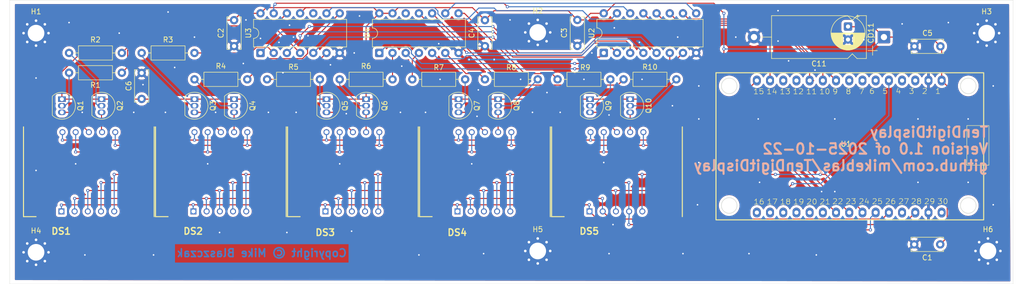
<source format=kicad_pcb>
(kicad_pcb (version 20241229) (generator "pcbnew") (generator_version "9.0")
  (layers (0 "F.Cu" signal) (2 "B.Cu" signal) (13 "F.Paste" user) (15 "B.Paste" user) (5 "F.SilkS" user "F.Silkscreen") (7 "B.SilkS" user "B.Silkscreen") (1 "F.Mask" user) (3 "B.Mask" user) (25 "Edge.Cuts" user))
  (net 0 "")
  (net 1 "ALL_A")
  (net 2 "ALL_B")
  (net 3 "Net-(Q1-B)")
  (net 4 "+3V3")
  (net 5 "GND")
  (net 6 "Net-(Q2-B)")
  (net 7 "Net-(Q3-B)")
  (net 8 "Net-(Q4-B)")
  (net 9 "Net-(Q5-B)")
  (net 10 "Net-(Q6-B)")
  (net 11 "Net-(R1-Pad1)")
  (net 12 "Net-(R4-Pad1)")
  (net 13 "Net-(R5-Pad1)")
  (net 14 "Net-(R6-Pad1)")
  (net 15 "Net-(R3-Pad1)")
  (net 16 "Net-(R2-Pad1)")
  (net 17 "ALL_F")
  (net 18 "ALL_E")
  (net 19 "ALL_DP")
  (net 20 "ALL_G")
  (net 21 "ALL_D")
  (net 22 "Net-(Q7-B)")
  (net 23 "Net-(Q8-B)")
  (net 24 "ANN_D02")
  (net 25 "ANN_D01")
  (net 26 "Net-(Q9-B)")
  (net 27 "Net-(Q10-B)")
  (net 28 "Net-(R7-Pad1)")
  (net 29 "Net-(R8-Pad1)")
  (net 30 "Net-(R9-Pad1)")
  (net 31 "Net-(R10-Pad1)")
  (net 32 "Net-(U2-S0)")
  (net 33 "Net-(U2-S6)")
  (net 34 "Net-(U2-S9)")
  (net 35 "Net-(U2-S8)")
  (net 36 "Net-(U2-S4)")
  (net 37 "Net-(U2-S1)")
  (net 38 "Net-(U2-S2)")
  (net 39 "Net-(U2-S3)")
  (net 40 "Net-(U2-S7)")
  (net 41 "Net-(U2-S5)")
  (net 42 "ANN_D03")
  (net 43 "ANN_D04")
  (net 44 "ANN_D05")
  (net 45 "ANN_D06")
  (net 46 "ANN_D07")
  (net 47 "ANN_D08")
  (net 48 "ANN_D09")
  (net 49 "ANN_D10")
  (net 50 "DECODE_A")
  (net 51 "DECODE_D")
  (net 52 "DECODE_C")
  (net 53 "DECODE_B")
  (net 61 "unconnected-(U1-GPIO3-Pad12)")
  (net 64 "unconnected-(U1-GPIO12-Pad27)")
  (net 70 "ALL_C")
  (footprint "Capacitor_THT:CP_Axial_L18.0mm_D8.0mm_P25.00mm_Horizontal" (layer "F.Cu") (at 221.542 79.502 180)
    (property "Reference" "C11")
    (property "Value" "47 uF")
  )
  (footprint "Package_TO_SOT_THT:TO-92_Inline" (layer "F.Cu") (at 63.394 91.44 -90)
    (property "Reference" "Q1")
    (property "Value" "2N3906")
  )
  (footprint "Resistor_THT:R_Axial_DIN0207_L6.3mm_D2.5mm_P10.16mm_Horizontal" (layer "F.Cu") (at 74.93 86.36 180)
    (property "Reference" "R1")
    (property "Value" "1K")
  )
  (footprint "Capacitor_THT:C_Disc_D6.0mm_W2.5mm_P5.00mm" (layer "F.Cu") (at 144.78 76.24 -90)
    (property "Reference" "C4")
    (property "Value" "0.1 uF")
  )
  (footprint "MountingHole:MountingHole_3.2mm_M3_Pad_Via" (layer "F.Cu") (at 58.42 120.904)
    (property "Reference" "H4")
    (property "Value" "MountingHole_Pad")
  )
  (footprint "MountingHole:MountingHole_3.2mm_M3_Pad_Via" (layer "F.Cu") (at 154.94 120.65)
    (property "Reference" "H5")
    (property "Value" "MountingHole_Pad")
  )
  (footprint "DisplayLibrary:TOD-5621" (layer "F.Cu") (at 160.02 113.03 90)
    (property "Reference" "DS5")
    (property "Value" "TOD-5621" (hide yes))
  )
  (footprint "Resistor_THT:R_Axial_DIN0207_L6.3mm_D2.5mm_P10.16mm_Horizontal" (layer "F.Cu") (at 88.9 82.55 180)
    (property "Reference" "R3")
    (property "Value" "1K")
  )
  (footprint "Resistor_THT:R_Axial_DIN0207_L6.3mm_D2.5mm_P10.16mm_Horizontal" (layer "F.Cu") (at 127 87.63 180)
    (property "Reference" "R6")
    (property "Value" "1K")
  )
  (footprint "Capacitor_THT:C_Disc_D6.0mm_W2.5mm_P5.00mm" (layer "F.Cu") (at 232.37 119.38 180)
    (property "Reference" "C1")
    (property "Value" "0.1 uF")
  )
  (footprint "MountingHole:MountingHole_3.2mm_M3_Pad_Via" (layer "F.Cu") (at 58.42 78.74)
    (property "Reference" "H1")
    (property "Value" "MountingHole_Pad")
  )
  (footprint "DisplayLibrary:TOD-5621" (layer "F.Cu") (at 83.82 113.03 90)
    (property "Reference" "DS2")
    (property "Value" "TOD-5621" (hide yes))
  )
  (footprint "Capacitor_THT:C_Disc_D6.0mm_W2.5mm_P5.00mm" (layer "F.Cu") (at 78.74 91.4 90)
    (property "Reference" "C6")
    (property "Value" "0.1 uF")
  )
  (footprint "Package_TO_SOT_THT:TO-92_Inline" (layer "F.Cu") (at 147.32 91.44 -90)
    (property "Reference" "Q8")
    (property "Value" "2N3906")
  )
  (footprint "Capacitor_THT:CP_Radial_D6.3mm_P2.50mm" (layer "F.Cu") (at 214.63 77.47 -90)
    (property "Reference" "CO11")
    (property "Value" "47 uF")
  )
  (footprint "Package_TO_SOT_THT:TO-92_Inline" (layer "F.Cu") (at 96.52 91.44 -90)
    (property "Reference" "Q4")
    (property "Value" "2N3906")
  )
  (footprint "Package_DIP:DIP-14_W7.62mm" (layer "F.Cu") (at 101.6 82.55 90)
    (property "Reference" "U3")
    (property "Value" "4069")
  )
  (footprint "Package_TO_SOT_THT:TO-92_Inline" (layer "F.Cu") (at 121.92 91.44 -90)
    (property "Reference" "Q6")
    (property "Value" "2N3906")
  )
  (footprint "Package_TO_SOT_THT:TO-92_Inline" (layer "F.Cu") (at 114.3 91.44 -90)
    (property "Reference" "Q5")
    (property "Value" "2N3906")
  )
  (footprint "Resistor_THT:R_Axial_DIN0207_L6.3mm_D2.5mm_P10.16mm_Horizontal" (layer "F.Cu") (at 158.75 87.63)
    (property "Reference" "R9")
    (property "Value" "1K")
  )
  (footprint "Capacitor_THT:C_Disc_D6.0mm_W2.5mm_P5.00mm" (layer "F.Cu") (at 232.41 81.28 180)
    (property "Reference" "C5")
    (property "Value" "0.1 uF")
  )
  (footprint "MountingHole:MountingHole_3.2mm_M3_Pad_Via" (layer "F.Cu") (at 241.554 120.65)
    (property "Reference" "H6")
    (property "Value" "MountingHole_Pad")
  )
  (footprint "DisplayLibrary:TOD-5621" (layer "F.Cu") (at 134.62 113.03 90)
    (property "Reference" "DS4")
    (property "Value" "TOD-5621" (hide yes))
  )
  (footprint "MountingHole:MountingHole_3.2mm_M3_Pad_Via" (layer "F.Cu") (at 241.3 78.74)
    (property "Reference" "H3")
    (property "Value" "MountingHole_Pad")
  )
  (footprint "Resistor_THT:R_Axial_DIN0207_L6.3mm_D2.5mm_P10.16mm_Horizontal" (layer "F.Cu") (at 99.06 87.63 180)
    (property "Reference" "R4")
    (property "Value" "1K")
  )
  (footprint "Package_TO_SOT_THT:TO-92_Inline" (layer "F.Cu") (at 164.994 91.44 -90)
    (property "Reference" "Q9")
    (property "Value" "2N3906")
  )
  (footprint "DisplayLibrary:TOD-5621" (layer "F.Cu") (at 58.42 113.03 90)
    (property "Reference" "DS1")
    (property "Value" "TOD-5621" (hide yes))
  )
  (footprint "MountingHole:MountingHole_3.2mm_M3_Pad_Via" (layer "F.Cu") (at 154.94 78.6)
    (property "Reference" "H2")
    (property "Value" "MountingHole_Pad")
  )
  (footprint "DisplayLibrary:TOD-5621" (layer "F.Cu") (at 109.22 113.03 90)
    (property "Reference" "DS3")
    (property "Value" "TOD-5621" (hide yes))
  )
  (footprint "Capacitor_THT:C_Disc_D6.0mm_W2.5mm_P5.00mm" (layer "F.Cu") (at 96.52 76.24 -90)
    (property "Reference" "C2")
    (property "Value" "0.1 uF")
  )
  (footprint "Package_TO_SOT_THT:TO-92_Inline" (layer "F.Cu") (at 71.014 91.44 -90)
    (property "Reference" "Q2")
    (property "Value" "2N3906")
  )
  (footprint "Resistor_THT:R_Axial_DIN0207_L6.3mm_D2.5mm_P10.16mm_Horizontal" (layer "F.Cu") (at 74.93 82.55 180)
    (property "Reference" "R2")
    (property "Value" "1K")
  )
  (footprint "Package_DIP:DIP-16_W7.62mm" (layer "F.Cu") (at 167.64 82.55 90)
    (property "Reference" "U2")
    (property "Value" "4028")
  )
  (footprint "Package_TO_SOT_THT:TO-92_Inline" (layer "F.Cu") (at 139.7 91.44 -90)
    (property "Reference" "Q7")
    (property "Value" "2N3906")
  )
  (footprint "Resistor_THT:R_Axial_DIN0207_L6.3mm_D2.5mm_P10.16mm_Horizontal" (layer "F.Cu") (at 102.87 87.63)
    (property "Reference" "R5")
    (property "Value" "1K")
  )
  (footprint "Package_DIP:DIP-14_W7.62mm" (layer "F.Cu") (at 124.46 82.55 90)
    (property "Reference" "U4")
    (property "Value" "4069")
  )
  (footprint "Package_TO_SOT_THT:TO-92_Inline" (layer "F.Cu") (at 172.72 91.44 -90)
    (property "Reference" "Q10")
    (property "Value" "2N3906")
  )
  (footprint "Resistor_THT:R_Axial_DIN0207_L6.3mm_D2.5mm_P10.16mm_Horizontal" (layer "F.Cu") (at 144.78 87.63)
    (property "Reference" "R8")
    (property "Value" "1K")
  )
  (footprint "DisplayLibrary:ESP32_30pin" (layer "F.Cu") (at 214.63 100.33)
    (property "Reference" "U1")
    (property "Value" "ESP32")
    (fp_circle (center -22.86 -11.43) (end -21.36 -11.43) (stroke (width 0.1)) (fill no) (layer "Edge.Cuts"))
    (fp_circle (center -22.86 11.57) (end -21.36 11.57) (stroke (width 0.1)) (fill no) (layer "Edge.Cuts"))
    (fp_circle (center 23.14 -11.43) (end 24.64 -11.43) (stroke (width 0.1)) (fill no) (layer "Edge.Cuts"))
    (fp_circle (center 23.14 11.57) (end 24.64 11.57) (stroke (width 0.1)) (fill no) (layer "Edge.Cuts"))
  )
  (footprint "Resistor_THT:R_Axial_DIN0207_L6.3mm_D2.5mm_P10.16mm_Horizontal" (layer "F.Cu") (at 130.81 87.63)
    (property "Reference" "R7")
    (property "Value" "1K")
  )
  (footprint "Resistor_THT:R_Axial_DIN0207_L6.3mm_D2.5mm_P10.16mm_Horizontal" (layer "F.Cu") (at 171.45 87.63)
    (property "Reference" "R10")
    (property "Value" "1K")
  )
  (footprint "Package_TO_SOT_THT:TO-92_Inline" (layer "F.Cu") (at 88.9 91.44 -90)
    (property "Reference" "Q3")
    (property "Value" "2N3906")
  )
  (footprint "Capacitor_THT:C_Disc_D6.0mm_W2.5mm_P5.00mm" (layer "F.Cu") (at 162.56 76.2 -90)
    (property "Reference" "C3")
    (property "Value" "0.1 uF")
  )
  (gr_line (start 53.333863 127) (end 53.327727 72.39) (stroke (width 0.05)) (layer "Edge.Cuts"))
  (gr_line (start 246.38 72.39) (end 53.327727 72.39) (stroke (width 0.05)) (layer "Edge.Cuts"))
  (gr_line (start 246.38 72.39) (end 246.38 127) (stroke (width 0.05)) (layer "Edge.Cuts"))
  (gr_line (start 53.333863 127) (end 246.38 127) (stroke (width 0.05)) (layer "Edge.Cuts"))
  (gr_text "Copyright © Mike Blaszczak " (at 118.364 121.92 0) (layer "B.Cu") (effects (font (size 1.5 1.5) (thickness 0.3) (bold yes)) (justify left bottom mirror)))
  (gr_text "TenDigitDisplay\nVersion 1.0 of 2025-10-22\ngithub.com/mikeblas/TenDigitDisplay" (at 241.808 105.41 0) (layer "B.SilkS") (effects (font (size 2 2) (thickness 0.4) (bold yes)) (justify left bottom mirror)))
  (segment (start 139.7 99.314) (end 165.1 99.314) (width 0.2) (layer "F.Cu") (net 1))
  (segment (start 185.633353 99.314) (end 197.089813 87.85754) (width 0.2) (layer "F.Cu") (net 1))
  (segment (start 165.1 99.314) (end 185.633353 99.314) (width 0.2) (layer "F.Cu") (net 1))
  (segment (start 63.5 99.314) (end 88.9 99.314) (width 0.2) (layer "F.Cu") (net 1))
  (segment (start 88.9 99.314) (end 139.7 99.314) (width 0.2) (layer "F.Cu") (net 1))
  (via (at 63.5 99.314) (size 0.6) (drill 0.3) (layers "F.Cu" "B.Cu") (net 1))
  (via (at 165.1 99.314) (size 0.6) (drill 0.3) (layers "F.Cu" "B.Cu") (net 1))
  (via (at 114.3 99.314) (size 0.6) (drill 0.3) (layers "F.Cu" "B.Cu") (net 1))
  (via (at 139.7 99.314) (size 0.6) (drill 0.3) (layers "F.Cu" "B.Cu") (net 1))
  (via (at 88.9 99.314) (size 0.6) (drill 0.3) (layers "F.Cu" "B.Cu") (net 1))
  (segment (start 63.5 97.79) (end 63.5 99.314) (width 0.2) (layer "B.Cu") (net 1))
  (segment (start 114.3 97.79) (end 114.3 99.314) (width 0.2) (layer "B.Cu") (net 1))
  (segment (start 88.9 97.79) (end 88.9 99.314) (width 0.2) (layer "B.Cu") (net 1))
  (segment (start 165.1 97.79) (end 165.1 99.314) (width 0.2) (layer "B.Cu") (net 1))
  (segment (start 139.7 97.79) (end 139.7 99.314) (width 0.2) (layer "B.Cu") (net 1))
  (segment (start 200.672273 101.6) (end 212.329813 113.25754) (width 0.2) (layer "F.Cu") (net 2))
  (segment (start 142.24 101.6) (end 167.64 101.6) (width 0.2) (layer "F.Cu") (net 2))
  (segment (start 66.04 101.6) (end 91.44 101.6) (width 0.2) (layer "F.Cu") (net 2))
  (segment (start 167.64 101.6) (end 200.672273 101.6) (width 0.2) (layer "F.Cu") (net 2))
  (segment (start 91.44 101.6) (end 116.84 101.6) (width 0.2) (layer "F.Cu") (net 2))
  (segment (start 116.84 101.6) (end 142.24 101.6) (width 0.2) (layer "F.Cu") (net 2))
  (via (at 116.84 101.6) (size 0.6) (drill 0.3) (layers "F.Cu" "B.Cu") (net 2))
  (via (at 142.24 101.6) (size 0.6) (drill 0.3) (layers "F.Cu" "B.Cu") (net 2))
  (via (at 167.64 101.6) (size 0.6) (drill 0.3) (layers "F.Cu" "B.Cu") (net 2))
  (via (at 66.04 101.6) (size 0.6) (drill 0.3) (layers "F.Cu" "B.Cu") (net 2))
  (via (at 91.44 101.6) (size 0.6) (drill 0.3) (layers "F.Cu" "B.Cu") (net 2))
  (segment (start 66.04 97.79) (end 66.04 101.6) (width 0.2) (layer "B.Cu") (net 2))
  (segment (start 116.84 97.79) (end 116.84 101.6) (width 0.2) (layer "B.Cu") (net 2))
  (segment (start 91.44 97.79) (end 91.44 101.6) (width 0.2) (layer "B.Cu") (net 2))
  (segment (start 167.64 97.79) (end 167.64 101.6) (width 0.2) (layer "B.Cu") (net 2))
  (segment (start 142.24 97.79) (end 142.24 101.6) (width 0.2) (layer "B.Cu") (net 2))
  (segment (start 64.77 91.941) (end 64.001 92.71) (width 0.2) (layer "B.Cu") (net 3))
  (segment (start 64.001 92.71) (end 63.394 92.71) (width 0.2) (layer "B.Cu") (net 3))
  (segment (start 64.77 86.36) (end 64.77 91.941) (width 0.2) (layer "B.Cu") (net 3))
  (segment (start 63.394 92.71) (end 64.008 92.71) (width 0.2) (layer "B.Cu") (net 3))
  (segment (start 230.632 79.502) (end 221.488 79.502) (width 0.2) (layer "F.Cu") (net 4))
  (segment (start 219.496 77.51) (end 221.488 79.502) (width 0.2) (layer "F.Cu") (net 4))
  (segment (start 163.83 76.2) (end 165.1 74.93) (width 0.2) (layer "F.Cu") (net 4))
  (segment (start 110.321 73.829) (end 109.22 74.93) (width 0.2) (layer "F.Cu") (net 4))
  (segment (start 214.63 77.51) (end 219.496 77.51) (width 0.2) (layer "F.Cu") (net 4))
  (segment (start 96.52 91.44) (end 114.3 91.44) (width 0.2) (layer "F.Cu") (net 4))
  (segment (start 146.09 74.89) (end 146.558 74.422) (width 0.2) (layer "F.Cu") (net 4))
  (segment (start 160.782 74.422) (end 162.56 76.2) (width 0.2) (layer "F.Cu") (net 4))
  (segment (start 63.394 86.17895) (end 73.33295 76.24) (width 0.2) (layer "F.Cu") (net 4))
  (segment (start 127 74.93) (end 128.101 73.829) (width 0.2) (layer "F.Cu") (net 4))
  (segment (start 167.894 74.93) (end 169.833 72.991) (width 0.2) (layer "F.Cu") (net 4))
  (segment (start 110.998 73.829) (end 109.22 73.829) (width 0.2) (layer "F.Cu") (net 4))
  (segment (start 184.404 84.328) (end 188.976 84.328) (width 0.2) (layer "F.Cu") (net 4))
  (segment (start 233.712813 118.037187) (end 233.712813 88.92054) (width 0.2) (layer "F.Cu") (net 4))
  (segment (start 174.5571 91.44) (end 181.6691 84.328) (width 0.2) (layer "F.Cu") (net 4))
  (segment (start 190.754 82.55) (end 190.754 81.788) (width 0.2) (layer "F.Cu") (net 4))
  (segment (start 165.1 74.93) (end 167.64 74.93) (width 0.2) (layer "F.Cu") (net 4))
  (segment (start 71.014 91.44) (end 88.9 91.44) (width 0.2) (layer "F.Cu") (net 4))
  (segment (start 232.649813 81.519813) (end 232.41 81.28) (width 0.2) (layer "F.Cu") (net 4))
  (segment (start 63.394 91.44) (end 71.014 91.44) (width 0.2) (layer "F.Cu") (net 4))
  (segment (start 114.3 91.44) (end 121.92 91.44) (width 0.2) (layer "F.Cu") (net 4))
  (segment (start 139.7 91.44) (end 147.32 91.44) (width 0.2) (layer "F.Cu") (net 4))
  (segment (start 146.09 74.93) (end 146.09 74.89) (width 0.2) (layer "F.Cu") (net 4))
  (segment (start 142.369 73.829) (end 144.78 76.24) (width 0.2) (layer "F.Cu") (net 4))
  (segment (start 101.6 74.93) (end 97.79 74.93) (width 0.2) (layer "F.Cu") (net 4))
  (segment (start 188.815 72.991) (end 169.833 72.991) (width 0.2) (layer "F.Cu") (net 4))
  (segment (start 121.92 91.44) (end 139.7 91.44) (width 0.2) (layer "F.Cu") (net 4))
  (segment (start 110.998 73.829) (end 110.321 73.829) (width 0.2) (layer "F.Cu") (net 4))
  (segment (start 188.976 84.328) (end 190.754 82.55) (width 0.2) (layer "F.Cu") (net 4))
  (segment (start 73.33295 76.24) (end 96.52 76.24) (width 0.2) (layer "F.Cu") (net 4))
  (segment (start 232.37 119.38) (end 233.712813 118.037187) (width 0.2) (layer "F.Cu") (net 4))
  (segment (start 144.78 76.24) (end 146.09 74.93) (width 0.2) (layer "F.Cu") (net 4))
  (segment (start 124.46 74.93) (end 121.92 77.47) (width 0.2) (layer "F.Cu") (net 4))
  (segment (start 232.649813 87.85754) (end 232.649813 81.519813) (width 0.2) (layer "F.Cu") (net 4))
  (segment (start 232.41 81.28) (end 230.632 79.502) (width 0.2) (layer "F.Cu") (net 4))
  (segment (start 147.32 91.44) (end 164.994 91.44) (width 0.2) (layer "F.Cu") (net 4))
  (segment (start 124.46 74.93) (end 127 74.93) (width 0.2) (layer "F.Cu") (net 4))
  (segment (start 172.72 91.44) (end 174.5571 91.44) (width 0.2) (layer "F.Cu") (net 4))
  (segment (start 96.52 76.24) (end 96.52 76.2) (width 0.2) (layer "F.Cu") (net 4))
  (segment (start 124.46 74.93) (end 123.359 73.829) (width 0.2) (layer "F.Cu") (net 4))
  (segment (start 109.22 73.829) (end 102.701 73.829) (width 0.2) (layer "F.Cu") (net 4))
  (segment (start 190.754 74.93) (end 188.815 72.991) (width 0.2) (layer "F.Cu") (net 4))
  (segment (start 88.9 91.44) (end 96.52 91.44) (width 0.2) (layer "F.Cu") (net 4))
  (segment (start 96.52 76.2) (end 97.79 74.93) (width 0.2) (layer "F.Cu") (net 4))
  (segment (start 233.712813 88.92054) (end 232.649813 87.85754) (width 0.2) (layer "F.Cu") (net 4))
  (segment (start 128.101 73.829) (end 142.369 73.829) (width 0.2) (layer "F.Cu") (net 4))
  (segment (start 121.92 77.47) (end 121.92 91.44) (width 0.2) (layer "F.Cu") (net 4))
  (segment (start 146.558 74.422) (end 160.782 74.422) (width 0.2) (layer "F.Cu") (net 4))
  (segment (start 162.56 76.2) (end 163.83 76.2) (width 0.2) (layer "F.Cu") (net 4))
  (segment (start 102.701 73.829) (end 101.6 74.93) (width 0.2) (layer "F.Cu") (net 4))
  (segment (start 167.64 74.93) (end 167.894 74.93) (width 0.2) (layer "F.Cu") (net 4))
  (segment (start 123.359 73.829) (end 110.998 73.829) (width 0.2) (layer "F.Cu") (net 4))
  (segment (start 63.394 91.44) (end 63.394 86.17895) (width 0.2) (layer "F.Cu") (net 4))
  (segment (start 164.994 91.44) (end 172.72 91.44) (width 0.2) (layer "F.Cu") (net 4))
  (segment (start 181.6691 84.328) (end 184.404 84.328) (width 0.2) (layer "F.Cu") (net 4))
  (via (at 190.754 74.93) (size 0.6) (drill 0.3) (layers "F.Cu" "B.Cu") (net 4))
  (via (at 190.754 81.788) (size 0.6) (drill 0.3) (layers "F.Cu" "B.Cu") (net 4))
  (segment (start 190.754 81.788) (end 190.754 74.93) (width 0.2) (layer "B.Cu") (net 4))
  (segment (start 190.754 81.788) (end 219.202 81.788) (width 0.2) (layer "B.Cu") (net 4))
  (segment (start 219.202 81.788) (end 221.488 79.502) (width 0.2) (layer "B.Cu") (net 4))
  (via (at 228.092 95.25) (size 0.6) (drill 0.3) (layers "F.Cu" "B.Cu") (net 5))
  (via (at 92.964 93.98) (size 0.6) (drill 0.3) (layers "F.Cu" "B.Cu") (net 5))
  (via (at 181.864 79.502) (size 0.6) (drill 0.3) (layers "F.Cu" "B.Cu") (net 5))
  (via (at 180.848 92.71) (size 0.6) (drill 0.3) (layers "F.Cu" "B.Cu") (net 5))
  (via (at 108.458 93.98) (size 0.6) (drill 0.3) (layers "F.Cu" "B.Cu") (net 5))
  (via (at 237.744 95.25) (size 0.6) (drill 0.3) (layers "F.Cu" "B.Cu") (net 5))
  (via (at 116.84 103.886) (size 0.6) (drill 0.3) (layers "F.Cu" "B.Cu") (net 5))
  (via (at 182.88 121.158) (size 0.6) (drill 0.3) (layers "F.Cu" "B.Cu") (net 5))
  (via (at 242.57 88.9) (size 0.6) (drill 0.3) (layers "F.Cu" "B.Cu") (net 5))
  (via (at 85.09 85.344) (size 0.6) (drill 0.3) (layers "F.Cu" "B.Cu") (net 5))
  (via (at 153.924 93.98) (size 0.6) (drill 0.3) (layers "F.Cu" "B.Cu") (net 5))
  (via (at 217.678 80.01) (size 0.6) (drill 0.3) (layers "F.Cu" "B.Cu") (net 5))
  (via (at 58.42 87.376) (size 0.6) (drill 0.3) (layers "F.Cu" "B.Cu") (net 5))
  (via (at 91.44 103.886) (size 0.6) (drill 0.3) (layers "F.Cu" "B.Cu") (net 5))
  (via (at 66.04 103.886) (size 0.6) (drill 0.3) (layers "F.Cu" "B.Cu") (net 5))
  (via (at 115.062 84.836) (size 0.6) (drill 0.3) (layers "F.Cu" "B.Cu") (net 5))
  (via (at 233.934 76.708) (size 0.6) (drill 0.3) (layers "F.Cu" "B.Cu") (net 5))
  (via (at 78.994 88.646) (size 0.6) (drill 0.3) (layers "F.Cu" "B.Cu") (net 5))
  (via (at 105.918 86.36) (size 0.6) (drill 0.3) (layers "F.Cu" "B.Cu") (net 5))
  (via (at 165.354 82.55) (size 0.6) (drill 0.3) (layers "F.Cu" "B.Cu") (net 5))
  (via (at 98.806 76.2) (size 0.6) (drill 0.3) (layers "F.Cu" "B.Cu") (net 5))
  (via (at 185.928 103.632) (size 0.6) (drill 0.3) (layers "F.Cu" "B.Cu") (net 5))
  (via (at 83.82 74.676) (size 0.6) (drill 0.3) (layers "F.Cu" "B.Cu") (net 5))
  (via (at 185.928 88.9) (size 0.6) (drill 0.3) (layers "F.Cu" "B.Cu") (net 5))
  (via (at 212.09 109.22) (size 0.6) (drill 0.3) (layers "F.Cu" "B.Cu") (net 5))
  (via (at 197.612 107.442) (size 0.6) (drill 0.3) (layers "F.Cu" "B.Cu") (net 5))
  (via (at 74.422 78.74) (size 0.6) (drill 0.3) (layers "F.Cu" "B.Cu") (net 5))
  (via (at 168.656 94.488) (size 0.6) (drill 0.3) (layers "F.Cu" "B.Cu") (net 5))
  (via (at 64.77 76.708) (size 0.6) (drill 0.3) (layers "F.Cu" "B.Cu") (net 5))
  (via (at 174.498 80.518) (size 0.6) (drill 0.3) (layers "F.Cu" "B.Cu") (net 5))
  (via (at 105.156 80.518) (size 0.6) (drill 0.3) (layers "F.Cu" "B.Cu") (net 5))
  (via (at 156.718 90.17) (size 0.6) (drill 0.3) (layers "F.Cu" "B.Cu") (net 5))
  (via (at 77.216 93.98) (size 0.6) (drill 0.3) (layers "F.Cu" "B.Cu") (net 5))
  (via (at 132.08 121.412) (size 0.6) (drill 0.3) (layers "F.Cu" "B.Cu") (net 5))
  (via (at 242.57 111.76) (size 0.6) (drill 0.3) (layers "F.Cu" "B.Cu") (net 5))
  (via (at 81.026 121.412) (size 0.6) (drill 0.3) (layers "F.Cu" "B.Cu") (net 5))
  (via (at 142.24 103.886) (size 0.6) (drill 0.3) (layers "F.Cu" "B.Cu") (net 5))
  (via (at 135.89 80.772) (size 0.6) (drill 0.3) (layers "F.Cu" "B.Cu") (net 5))
  (via (at 128.524 93.98) (size 0.6) (drill 0.3) (layers "F.Cu" "B.Cu") (net 5))
  (via (at 93.726 117.094) (size 0.6) (drill 0.3) (layers "F.Cu" "B.Cu") (net 5))
  (via (at 133.35 93.98) (size 0.6) (drill 0.3) (layers "F.Cu" "B.Cu") (net 5))
  (via (at 149.606 76.2) (size 0.6) (drill 0.3) (layers "F.Cu" "B.Cu") (net 5))
  (via (at 144.526 121.158) (size 0.6) (drill 0.3) (layers "F.Cu" "B.Cu") (net 5))
  (via (at 103.124 93.98) (size 0.6) (drill 0.3) (layers "F.Cu" "B.Cu") (net 5))
  (via (at 83.312 93.98) (size 0.6) (drill 0.3) (layers "F.Cu" "B.Cu") (net 5))
  (via (at 119.126 116.84) (size 0.6) (drill 0.3) (layers "F.Cu" "B.Cu") (net 5))
  (via (at 146.558 83.82) (size 0.6) (drill 0.3) (layers "F.Cu" "B.Cu") (net 5))
  (via (at 201.168 74.422) (size 0.6) (drill 0.3) (layers "F.Cu" "B.Cu") (net 5))
  (via (at 193.04 79.502) (size 0.6) (drill 0.3) (layers "F.Cu" "B.Cu") (net 5))
  (via (at 151.638 87.63) (size 0.6) (drill 0.3) (layers "F.Cu" "B.Cu") (net 5))
  (via (at 175.006 87.63) (size 0.6) (drill 0.3) (layers "F.Cu" "B.Cu") (net 5))
  (via (at 163.83 87.63) (size 0.6) (drill 0.3) (layers "F.Cu" "B.Cu") (net 5))
  (via (at 159.258 93.98) (size 0.6) (drill 0.3) (layers "F.Cu" "B.Cu") (net 5))
  (via (at 169.672 77.724) (size 0.6) (drill 0.3) (layers "F.Cu" "B.Cu") (net 5))
  (via (at 228.092 107.442) (size 0.6) (drill 0.3) (layers "F.Cu" "B.Cu") (net 5))
  (via (at 88.9 79.502) (size 0.6) (drill 0.3) (layers "F.Cu" "B.Cu") (net 5))
  (via (at 212.09 95.25) (size 0.6) (drill 0.3) (layers "F.Cu" "B.Cu") (net 5))
  (via (at 237.744 107.442) (size 0.6) (drill 0.3) (layers "F.Cu" "B.Cu") (net 5))
  (via (at 67.818 121.412) (size 0.6) (drill 0.3) (layers "F.Cu" "B.Cu") (net 5))
  (via (at 208.534 121.412) (size 0.6) (drill 0.3) (layers "F.Cu" "B.Cu") (net 5))
  (via (at 159.512 78.486) (size 0.6) (drill 0.3) (layers "F.Cu" "B.Cu") (net 5))
  (via (at 136.144 87.63) (size 0.6) (drill 0.3) (layers "F.Cu" "B.Cu") (net 5))
  (via (at 169.418 115.57) (size 0.6) (drill 0.3) (layers "F.Cu" "B.Cu") (net 5))
  (via (at 143.51 89.662) (size 0.6) (drill 0.3) (layers "F.Cu" "B.Cu") (net 5))
  (via (at 141.732 83.82) (size 0.6) (drill 0.3) (layers "F.Cu" "B.Cu") (net 5))
  (via (at 101.6 79.756) (size 0.6) (drill 0.3) (layers "F.Cu" "B.Cu") (net 5))
  (via (at 197.358 95.25) (size 0.6) (drill 0.3) (layers "F.Cu" "B.Cu") (net 5))
  (via (at 118.11 94.234) (size 0.6) (drill 0.3) (layers "F.Cu" "B.Cu") (net 5))
  (via (at 107.95 79.502) (size 0.6) (drill 0.3) (layers "F.Cu" "B.Cu") (net 5))
  (via (at 119.634 82.55) (size 0.6) (drill 0.3) (layers "F.Cu" "B.Cu") (net 5))
  (via (at 195.58 121.158) (size 0.6) (drill 0.3) (layers "F.Cu" "B.Cu") (net 5))
  (via (at 185.928 95.25) (size 0.6) (drill 0.3) (layers "F.Cu" "B.Cu") (net 5))
  (via (at 208.28 85.852) (size 0.6) (drill 0.3) (layers "F.Cu" "B.Cu") (net 5))
  (via (at 185.674 111.76) (size 0.6) (drill 0.3) (layers "F.Cu" "B.Cu") (net 5))
  (via (at 201.168 80.264) (size 0.6) (drill 0.3) (layers "F.Cu" "B.Cu") (net 5))
  (via (at 143.256 94.742) (size 0.6) (drill 0.3) (layers "F.Cu" "B.Cu") (net 5))
  (via (at 58.42 105.156) (size 0.6) (drill 0.3) (layers "F.Cu" "B.Cu") (net 5))
  (via (at 107.188 77.216) (size 0.6) (drill 0.3) (layers "F.Cu" "B.Cu") (net 5))
  (via (at 106.68 117.094) (size 0.6) (drill 0.3) (layers "F.Cu" "B.Cu") (net 5))
  (via (at 110.744 79.248) (size 0.6) (drill 0.3) (layers "F.Cu" "B.Cu") (net 5))
  (via (at 167.64 103.632) (size 0.6) (drill 0.3) (layers "F.Cu" "B.Cu") (net 5))
  (via (at 128.778 85.09) (size 0.6) (drill 0.3) (layers "F.Cu" "B.Cu") (net 5))
  (via (at 225.044 76.962) (size 0.6) (drill 0.3) (layers "F.Cu" "B.Cu") (net 5))
  (via (at 209.55 109.22) (size 0.6) (drill 0.3) (layers "F.Cu" "B.Cu") (net 5))
  (via (at 67.31 93.98) (size 0.6) (drill 0.3) (layers "F.Cu" "B.Cu") (net 5))
  (via (at 98.298 84.582) (size 0.6) (drill 0.3) (layers "F.Cu" "B.Cu") (net 5))
  (via (at 203.2 84.074) (size 0.6) (drill 0.3) (layers "F.Cu" "B.Cu") (net 5))
  (via (at 120.65 75.438) (size 0.6) (drill 0.3) (layers "F.Cu" "B.Cu") (net 5))
  (via (at 168.656 121.158) (size 0.6) (drill 0.3) (layers "F.Cu" "B.Cu") (net 5))
  (segment (start 141.01 81.24) (end 139.7 82.55) (width 0.2) (layer "B.Cu") (net 5))
  (segment (start 144.78 81.24) (end 141.01 81.24) (width 0.2) (layer "B.Cu") (net 5))
  (segment (start 69.963 87.743) (end 69.963 92.315) (width 0.2) (layer "B.Cu") (net 6))
  (segment (start 70.358 92.71) (end 71.014 92.71) (width 0.2) (layer "B.Cu") (net 6))
  (segment (start 64.77 82.55) (end 69.963 87.743) (width 0.2) (layer "B.Cu") (net 6))
  (segment (start 69.963 92.315) (end 70.358 92.71) (width 0.2) (layer "B.Cu") (net 6))
  (segment (start 78.486 82.903) (end 88.293 92.71) (width 0.2) (layer "B.Cu") (net 7))
  (segment (start 78.74 82.55) (end 78.486 82.55) (width 0.2) (layer "B.Cu") (net 7))
  (segment (start 88.293 92.71) (end 88.9 92.71) (width 0.2) (layer "B.Cu") (net 7))
  (segment (start 78.486 82.55) (end 78.486 82.903) (width 0.2) (layer "B.Cu") (net 7))
  (segment (start 93.98 92.71) (end 88.9 87.63) (width 0.2) (layer "B.Cu") (net 8))
  (segment (start 96.52 92.71) (end 93.98 92.71) (width 0.2) (layer "B.Cu") (net 8))
  (segment (start 113.03 92.047) (end 113.03 87.63) (width 0.2) (layer "B.Cu") (net 9))
  (segment (start 114.3 92.71) (end 113.693 92.71) (width 0.2) (layer "B.Cu") (net 9))
  (segment (start 113.693 92.71) (end 113.03 92.047) (width 0.2) (layer "B.Cu") (net 9))
  (segment (start 116.84 88.76137) (end 116.84 87.63) (width 0.2) (layer "B.Cu") (net 10))
  (segment (start 121.92 92.71) (end 120.78863 92.71) (width 0.2) (layer "B.Cu") (net 10))
  (segment (start 120.78863 92.71) (end 116.84 88.76137) (width 0.2) (layer "B.Cu") (net 10))
  (segment (start 74.93 86.36) (end 75.184 86.36) (width 0.2) (layer "F.Cu") (net 11))
  (segment (start 75.184 86.36) (end 75.438 86.106) (width 0.2) (layer "F.Cu") (net 11))
  (segment (start 74.93 86.36) (end 76.031 85.259) (width 0.2) (layer "F.Cu") (net 11))
  (segment (start 76.031 85.259) (end 76.031 82.0161) (width 0.2) (layer "F.Cu") (net 11))
  (segment (start 80.3051 77.742) (end 104.412 77.742) (width 0.2) (layer "F.Cu") (net 11))
  (segment (start 76.031 82.0161) (end 80.3051 77.742) (width 0.2) (layer "F.Cu") (net 11))
  (segment (start 104.412 77.742) (end 109.22 82.55) (width 0.2) (layer "F.Cu") (net 11))
  (segment (start 110.659 82.66805) (end 110.659 81.111) (width 0.2) (layer "F.Cu") (net 12))
  (segment (start 109.67605 83.651) (end 110.659 82.66805) (width 0.2) (layer "F.Cu") (net 12))
  (segment (start 110.659 81.111) (end 116.84 74.93) (width 0.2) (layer "F.Cu") (net 12))
  (segment (start 99.06 87.63) (end 103.039 83.651) (width 0.2) (layer "F.Cu") (net 12))
  (segment (start 103.039 83.651) (end 109.67605 83.651) (width 0.2) (layer "F.Cu") (net 12))
  (segment (start 102.87 87.63) (end 109.22 87.63) (width 0.2) (layer "F.Cu") (net 13))
  (segment (start 109.22 87.63) (end 114.3 82.55) (width 0.2) (layer "F.Cu") (net 13))
  (segment (start 127 87.63) (end 127 82.55) (width 0.2) (layer "F.Cu") (net 14))
  (segment (start 88.9 82.55) (end 99.71384 82.55) (width 0.2) (layer "F.Cu") (net 15))
  (segment (start 100.81484 81.449) (end 103.039 81.449) (width 0.2) (layer "F.Cu") (net 15))
  (segment (start 103.039 81.449) (end 104.14 82.55) (width 0.2) (layer "F.Cu") (net 15))
  (segment (start 99.71384 82.55) (end 100.81484 81.449) (width 0.2) (layer "F.Cu") (net 15))
  (segment (start 74.93 82.55) (end 75.184 82.804) (width 0.2) (layer "F.Cu") (net 16))
  (segment (start 104.269 77.341) (end 106.68 74.93) (width 0.2) (layer "F.Cu") (net 16))
  (segment (start 80.139 77.341) (end 104.269 77.341) (width 0.2) (layer "F.Cu") (net 16))
  (segment (start 74.93 82.55) (end 80.139 77.341) (width 0.2) (layer "F.Cu") (net 16))
  (segment (start 73.66 100.33) (end 99.06 100.33) (width 0.2) (layer "F.Cu") (net 17))
  (segment (start 201.942273 100.33) (end 214.869813 113.25754) (width 0.2) (layer "F.Cu") (net 17))
  (segment (start 124.46 100.33) (end 149.86 100.33) (width 0.2) (layer "F.Cu") (net 17))
  (segment (start 149.86 100.33) (end 175.26 100.33) (width 0.2) (layer "F.Cu") (net 17))
  (segment (start 99.06 100.33) (end 124.46 100.33) (width 0.2) (layer "F.Cu") (net 17))
  (segment (start 175.26 100.33) (end 201.942273 100.33) (width 0.2) (layer "F.Cu") (net 17))
  (via (at 99.06 100.33) (size 0.6) (drill 0.3) (layers "F.Cu" "B.Cu") (net 17))
  (via (at 175.26 100.33) (size 0.6) (drill 0.3) (layers "F.Cu" "B.Cu") (net 17))
  (via (at 149.86 100.33) (size 0.6) (drill 0.3) (layers "F.Cu" "B.Cu") (net 17))
  (via (at 124.46 100.33) (size 0.6) (drill 0.3) (layers "F.Cu" "B.Cu") (net 17))
  (via (at 73.66 100.33) (size 0.6) (drill 0.3) (layers "F.Cu" "B.Cu") (net 17))
  (segment (start 124.46 97.79) (end 124.46 100.33) (width 0.2) (layer "B.Cu") (net 17))
  (segment (start 99.06 97.79) (end 99.06 100.33) (width 0.2) (layer "B.Cu") (net 17))
  (segment (start 175.26 97.79) (end 175.26 100.33) (width 0.2) (layer "B.Cu") (net 17))
  (segment (start 149.86 97.79) (end 149.86 100.33) (width 0.2) (layer "B.Cu") (net 17))
  (segment (start 73.66 97.79) (end 73.66 100.33) (width 0.2) (layer "B.Cu") (net 17))
  (segment (start 169.926 109.02) (end 202.638 109.02) (width 0.2) (layer "F.Cu") (net 18))
  (segment (start 202.638 109.02) (end 203.962 107.696) (width 0.2) (layer "F.Cu") (net 18))
  (segment (start 144.526 109.02) (end 169.926 109.02) (width 0.2) (layer "F.Cu") (net 18))
  (segment (start 119.126 109.02) (end 144.526 109.02) (width 0.2) (layer "F.Cu") (net 18))
  (segment (start 68.38 109.02) (end 93.726 109.02) (width 0.2) (layer "F.Cu") (net 18))
  (segment (start 93.726 109.02) (end 119.126 109.02) (width 0.2) (layer "F.Cu") (net 18))
  (via (at 169.926 109.02) (size 0.6) (drill 0.3) (layers "F.Cu" "B.Cu") (net 18))
  (via (at 93.726 109.02) (size 0.6) (drill 0.3) (layers "F.Cu" "B.Cu") (net 18))
  (via (at 119.126 109.02) (size 0.6) (drill 0.3) (layers "F.Cu" "B.Cu") (net 18))
  (via (at 144.526 109.02) (size 0.6) (drill 0.3) (layers "F.Cu" "B.Cu") (net 18))
  (via (at 203.962 107.696) (size 0.6) (drill 0.3) (layers "F.Cu" "B.Cu") (net 18))
  (via (at 68.38 109.02) (size 0.6) (drill 0.3) (layers "F.Cu" "B.Cu") (net 18))
  (segment (start 222.489813 94.59013) (end 222.489813 87.85754) (width 0.2) (layer "B.Cu") (net 18))
  (segment (start 68.38 113.03) (end 68.38 109.02) (width 0.2) (layer "B.Cu") (net 18))
  (segment (start 169.926 113.03) (end 169.926 109.02) (width 0.2) (layer "B.Cu") (net 18))
  (segment (start 144.526 113.03) (end 144.526 109.02) (width 0.2) (layer "B.Cu") (net 18))
  (segment (start 119.126 113.03) (end 119.126 109.02) (width 0.2) (layer "B.Cu") (net 18))
  (segment (start 209.383943 107.696) (end 222.489813 94.59013) (width 0.2) (layer "B.Cu") (net 18))
  (segment (start 93.726 113.03) (end 93.726 109.02) (width 0.2) (layer "B.Cu") (net 18))
  (segment (start 68.38 109.02) (end 68.326 108.966) (width 0.2) (layer "B.Cu") (net 18))
  (segment (start 203.962 107.696) (end 209.383943 107.696) (width 0.2) (layer "B.Cu") (net 18))
  (segment (start 168.91854 114.50854) (end 221.238813 114.50854) (width 0.2) (layer "F.Cu") (net 19))
  (segment (start 221.238813 114.50854) (end 222.489813 113.25754) (width 0.2) (layer "F.Cu") (net 19))
  (segment (start 116.586 110.544) (end 91.186 110.544) (width 0.2) (layer "F.Cu") (net 19))
  (segment (start 167.386 110.544) (end 141.986 110.544) (width 0.2) (layer "F.Cu") (net 19))
  (segment (start 141.986 110.544) (end 116.586 110.544) (width 0.2) (layer "F.Cu") (net 19))
  (segment (start 91.186 110.544) (end 65.84 110.544) (width 0.2) (layer "F.Cu") (net 19))
  (segment (start 167.44 113.03) (end 168.91854 114.50854) (width 0.2) (layer "F.Cu") (net 19))
  (via (at 167.386 110.544) (size 0.6) (drill 0.3) (layers "F.Cu" "B.Cu") (net 19))
  (via (at 91.186 110.544) (size 0.6) (drill 0.3) (layers "F.Cu" "B.Cu") (net 19))
  (via (at 116.586 110.544) (size 0.6) (drill 0.3) (layers "F.Cu" "B.Cu") (net 19))
  (via (at 141.986 110.544) (size 0.6) (drill 0.3) (layers "F.Cu" "B.Cu") (net 19))
  (via (at 65.84 110.544) (size 0.6) (drill 0.3) (layers "F.Cu" "B.Cu") (net 19))
  (segment (start 141.986 113.03) (end 141.986 110.544) (width 0.2) (layer "B.Cu") (net 19))
  (segment (start 65.84 113.03) (end 65.84 110.544) (width 0.2) (layer "B.Cu") (net 19))
  (segment (start 167.386 113.03) (end 167.386 110.544) (width 0.2) (layer "B.Cu") (net 19))
  (segment (start 91.186 113.03) (end 91.186 110.544) (width 0.2) (layer "B.Cu") (net 19))
  (segment (start 65.84 110.544) (end 65.786 110.49) (width 0.2) (layer "B.Cu") (net 19))
  (segment (start 116.586 113.03) (end 116.586 110.544) (width 0.2) (layer "B.Cu") (net 19))
  (segment (start 98.806 105.918) (end 124.206 105.918) (width 0.2) (layer "F.Cu") (net 20))
  (segment (start 217.409813 113.25754) (end 217.409813 113.015813) (width 0.2) (layer "F.Cu") (net 20))
  (segment (start 149.606 105.918) (end 175.006 105.918) (width 0.2) (layer "F.Cu") (net 20))
  (segment (start 210.312 105.918) (end 209.296 105.918) (width 0.2) (layer "F.Cu") (net 20))
  (segment (start 217.409813 113.015813) (end 210.312 105.918) (width 0.2) (layer "F.Cu") (net 20))
  (segment (start 73.46 105.918) (end 98.806 105.918) (width 0.2) (layer "F.Cu") (net 20))
  (segment (start 124.206 105.918) (end 149.606 105.918) (width 0.2) (layer "F.Cu") (net 20))
  (segment (start 175.006 105.918) (end 200.66 105.918) (width 0.2) (layer "F.Cu") (net 20))
  (via (at 175.006 105.918) (size 0.6) (drill 0.3) (layers "F.Cu" "B.Cu") (net 20))
  (via (at 98.806 105.918) (size 0.6) (drill 0.3) (layers "F.Cu" "B.Cu") (net 20))
  (via (at 149.606 105.918) (size 0.6) (drill 0.3) (layers "F.Cu" "B.Cu") (net 20))
  (via (at 200.66 105.918) (size 0.6) (drill 0.3) (layers "F.Cu" "B.Cu") (net 20))
  (via (at 73.46 105.918) (size 0.6) (drill 0.3) (layers "F.Cu" "B.Cu") (net 20))
  (via (at 124.206 105.918) (size 0.6) (drill 0.3) (layers "F.Cu" "B.Cu") (net 20))
  (via (at 209.296 105.918) (size 0.6) (drill 0.3) (layers "F.Cu" "B.Cu") (net 20))
  (segment (start 124.206 113.03) (end 124.206 105.918) (width 0.2) (layer "B.Cu") (net 20))
  (segment (start 175.006 105.918) (end 175.006 105.718) (width 0.2) (layer "B.Cu") (net 20))
  (segment (start 98.806 113.03) (end 98.806 105.918) (width 0.2) (layer "B.Cu") (net 20))
  (segment (start 149.606 105.918) (end 149.606 105.718) (width 0.2) (layer "B.Cu") (net 20))
  (segment (start 200.66 105.918) (end 209.296 105.918) (width 0.2) (layer "B.Cu") (net 20))
  (segment (start 98.806 105.918) (end 98.806 105.718) (width 0.2) (layer "B.Cu") (net 20))
  (segment (start 73.46 113.03) (end 73.46 105.918) (width 0.2) (layer "B.Cu") (net 20))
  (segment (start 149.606 113.03) (end 149.606 105.918) (width 0.2) (layer "B.Cu") (net 20))
  (segment (start 73.46 105.918) (end 73.46 105.718) (width 0.2) (layer "B.Cu") (net 20))
  (segment (start 124.206 105.918) (end 124.206 105.718) (width 0.2) (layer "B.Cu") (net 20))
  (segment (start 175.006 113.03) (end 175.006 105.918) (width 0.2) (layer "B.Cu") (net 20))
  (segment (start 172.466 107.496) (end 147.066 107.496) (width 0.2) (layer "F.Cu") (net 21))
  (segment (start 147.066 107.496) (end 121.666 107.496) (width 0.2) (layer "F.Cu") (net 21))
  (segment (start 227.569813 113.25754) (end 225.257353 115.57) (width 0.2) (layer "F.Cu") (net 21))
  (segment (start 121.666 107.496) (end 96.266 107.496) (width 0.2) (layer "F.Cu") (net 21))
  (segment (start 70.92 107.496) (end 96.266 107.496) (width 0.2) (layer "F.Cu") (net 21))
  (segment (start 225.257353 115.57) (end 172.466 115.57) (width 0.2) (layer "F.Cu") (net 21))
  (via (at 172.466 115.57) (size 0.6) (drill 0.3) (layers "F.Cu" "B.Cu") (net 21))
  (via (at 96.266 107.496) (size 0.6) (drill 0.3) (layers "F.Cu" "B.Cu") (net 21))
  (via (at 70.92 107.496) (size 0.6) (drill 0.3) (layers "F.Cu" "B.Cu") (net 21))
  (via (at 147.066 107.496) (size 0.6) (drill 0.3) (layers "F.Cu" "B.Cu") (net 21))
  (via (at 121.666 107.496) (size 0.6) (drill 0.3) (layers "F.Cu" "B.Cu") (net 21))
  (via (at 172.466 107.496) (size 0.6) (drill 0.3) (layers "F.Cu" "B.Cu") (net 21))
  (segment (start 70.92 107.696) (end 70.92 107.496) (width 0.2) (layer "B.Cu") (net 21))
  (segment (start 96.266 113.03) (end 96.266 107.496) (width 0.2) (layer "B.Cu") (net 21))
  (segment (start 172.52 113.03) (end 172.466 113.03) (width 0.2) (layer "B.Cu") (net 21))
  (segment (start 70.92 113.03) (end 70.92 107.696) (width 0.2) (layer "B.Cu") (net 21))
  (segment (start 147.066 113.03) (end 147.066 107.496) (width 0.2) (layer "B.Cu") (net 21))
  (segment (start 172.466 114.3) (end 172.52 114.246) (width 0.2) (layer "B.Cu") (net 21))
  (segment (start 172.466 115.57) (end 172.466 114.3) (width 0.2) (layer "B.Cu") (net 21))
  (segment (start 172.52 114.246) (end 172.52 113.03) (width 0.2) (layer "B.Cu") (net 21))
  (segment (start 121.666 113.03) (end 121.666 107.496) (width 0.2) (layer "B.Cu") (net 21))
  (segment (start 172.466 113.03) (end 172.466 107.496) (width 0.2) (layer "B.Cu") (net 21))
  (segment (start 140.97 92.047) (end 140.97 87.63) (width 0.2) (layer "B.Cu") (net 22))
  (segment (start 140.307 92.71) (end 140.97 92.047) (width 0.2) (layer "B.Cu") (net 22))
  (segment (start 139.7 92.71) (end 140.307 92.71) (width 0.2) (layer "B.Cu") (net 22))
  (segment (start 149.86 92.71) (end 154.94 87.63) (width 0.2) (layer "B.Cu") (net 23))
  (segment (start 147.32 92.71) (end 149.86 92.71) (width 0.2) (layer "B.Cu") (net 23))
  (segment (start 71.014 93.98) (end 71.014 97.684) (width 0.2) (layer "F.Cu") (net 24))
  (segment (start 71.014 97.684) (end 71.12 97.79) (width 0.2) (layer "F.Cu") (net 24))
  (segment (start 64.77 93.98) (end 68.58 97.79) (width 0.2) (layer "F.Cu") (net 25))
  (segment (start 63.394 93.98) (end 64.77 93.98) (width 0.2) (layer "F.Cu") (net 25))
  (segment (start 168.91 87.63) (end 168.91 89.401) (width 0.2) (layer "B.Cu") (net 26))
  (segment (start 168.91 89.401) (end 165.601 92.71) (width 0.2) (layer "B.Cu") (net 26))
  (segment (start 165.601 92.71) (end 164.994 92.71) (width 0.2) (layer "B.Cu") (net 26))
  (segment (start 181.61 87.63) (end 176.53 92.71) (width 0.2) (layer "B.Cu") (net 27))
  (segment (start 176.53 92.71) (end 172.72 92.71) (width 0.2) (layer "B.Cu") (net 27))
  (segment (start 181.61 87.63) (end 181.61 87.376) (width 0.2) (layer "B.Cu") (net 27))
  (segment (start 130.81 87.63) (end 130.81 83.82) (width 0.2) (layer "F.Cu") (net 28))
  (segment (start 130.81 83.82) (end 132.08 82.55) (width 0.2) (layer "F.Cu") (net 28))
  (segment (start 144.78 87.63) (end 143.679 86.529) (width 0.2) (layer "F.Cu") (net 29))
  (segment (start 143.679 86.529) (end 141.139 86.529) (width 0.2) (layer "F.Cu") (net 29))
  (segment (start 141.139 86.529) (end 137.16 82.55) (width 0.2) (layer "F.Cu") (net 29))
  (segment (start 157.649 86.529) (end 152.43037 86.529) (width 0.2) (layer "F.Cu") (net 30))
  (segment (start 152.43037 86.529) (end 140.83137 74.93) (width 0.2) (layer "F.Cu") (net 30))
  (segment (start 158.75 87.63) (end 157.649 86.529) (width 0.2) (layer "F.Cu") (net 30))
  (segment (start 140.83137 74.93) (end 139.7 74.93) (width 0.2) (layer "F.Cu") (net 30))
  (segment (start 148.421 88.731) (end 134.62 74.93) (width 0.2) (layer "F.Cu") (net 31))
  (segment (start 170.349 88.731) (end 148.421 88.731) (width 0.2) (layer "F.Cu") (net 31))
  (segment (start 171.45 87.63) (end 170.349 88.731) (width 0.2) (layer "F.Cu") (net 31))
  (segment (start 165.608 80.264) (end 164.846 81.026) (width 0.2) (layer "F.Cu") (net 32))
  (segment (start 172.72 82.55) (end 172.72 81.026) (width 0.2) (layer "F.Cu") (net 32))
  (segment (start 146.304 77.47) (end 151.384 82.55) (width 0.2) (layer "F.Cu") (net 32))
  (segment (start 164.846 81.026) (end 163.322 82.55) (width 0.2) (layer "F.Cu") (net 32))
  (segment (start 163.322 82.55) (end 151.384 82.55) (width 0.2) (layer "F.Cu") (net 32))
  (segment (start 110.998 77.47) (end 109.22 79.248) (width 0.2) (layer "F.Cu") (net 32))
  (segment (start 171.958 80.264) (end 165.608 80.264) (width 0.2) (layer "F.Cu") (net 32))
  (segment (start 172.72 81.026) (end 171.958 80.264) (width 0.2) (layer "F.Cu") (net 32))
  (via (at 110.998 77.47) (size 0.6) (drill 0.3) (layers "F.Cu" "B.Cu") (net 32))
  (via (at 146.304 77.47) (size 0.6) (drill 0.3) (layers "F.Cu" "B.Cu") (net 32))
  (via (at 109.22 79.248) (size 0.6) (drill 0.3) (layers "F.Cu" "B.Cu") (net 32))
  (segment (start 109.22 79.248) (end 109.22 80.01) (width 0.2) (layer "B.Cu") (net 32))
  (segment (start 109.22 80.01) (end 106.68 82.55) (width 0.2) (layer "B.Cu") (net 32))
  (segment (start 146.304 77.47) (end 110.998 77.47) (width 0.2) (layer "B.Cu") (net 32))
  (segment (start 182.88 82.55) (end 179.832 85.598) (width 0.2) (layer "F.Cu") (net 33))
  (segment (start 179.832 85.598) (end 176.022 85.598) (width 0.2) (layer "F.Cu") (net 33))
  (segment (start 176.022 85.598) (end 162.052 85.598) (width 0.2) (layer "F.Cu") (net 33))
  (via (at 162.052 85.598) (size 0.6) (drill 0.3) (layers "F.Cu" "B.Cu") (net 33))
  (segment (start 132.588 85.598) (end 129.54 82.55) (width 0.2) (layer "B.Cu") (net 33))
  (segment (start 162.052 85.598) (end 132.588 85.598) (width 0.2) (layer "B.Cu") (net 33))
  (segment (start 141.262953 82.458) (end 135.542503 76.73755) (width 0.2) (layer "F.Cu") (net 34))
  (segment (start 135.542503 76.73755) (end 133.88755 76.73755) (width 0.2) (layer "F.Cu") (net 34))
  (segment (start 133.88755 76.73755) (end 132.08 74.93) (width 0.2) (layer "F.Cu") (net 34))
  (via (at 141.262953 82.458) (size 0.6) (drill 0.3) (layers "F.Cu" "B.Cu") (net 34))
  (segment (start 166.37 79.502) (end 174.752 79.502) (width 0.2) (layer "B.Cu") (net 34))
  (segment (start 163.322 82.55) (end 166.37 79.502) (width 0.2) (layer "B.Cu") (net 34))
  (segment (start 174.752 79.502) (end 177.8 82.55) (width 0.2) (layer "B.Cu") (net 34))
  (segment (start 141.25705 82.55) (end 163.322 82.55) (width 0.2) (layer "B.Cu") (net 34))
  (segment (start 137.16 74.93) (end 139.099 72.991) (width 0.2) (layer "B.Cu") (net 35))
  (segment (start 139.099 72.991) (end 183.481 72.991) (width 0.2) (layer "B.Cu") (net 35))
  (segment (start 183.481 72.991) (end 185.42 74.93) (width 0.2) (layer "B.Cu") (net 35))
  (segment (start 167.64 82.55) (end 166.838 83.352) (width 0.2) (layer "F.Cu") (net 36))
  (segment (start 167.64 82.55) (end 167.64 82.804) (width 0.2) (layer "F.Cu") (net 36))
  (segment (start 150.154 83.352) (end 146.304 79.502) (width 0.2) (layer "F.Cu") (net 36))
  (segment (start 166.838 83.352) (end 150.154 83.352) (width 0.2) (layer "F.Cu") (net 36))
  (via (at 146.304 79.502) (size 0.6) (drill 0.3) (layers "F.Cu" "B.Cu") (net 36))
  (segment (start 146.304 79.502) (end 114.808 79.502) (width 0.2) (layer "B.Cu") (net 36))
  (segment (start 114.808 79.502) (end 111.76 82.55) (width 0.2) (layer "B.Cu") (net 36))
  (segment (start 104.394 73.19) (end 104.593 72.991) (width 0.2) (layer "F.Cu") (net 37))
  (segment (start 148.429 72.991) (end 149.098 73.66) (width 0.2) (layer "F.Cu") (net 37))
  (segment (start 104.593 72.991) (end 148.429 72.991) (width 0.2) (layer "F.Cu") (net 37))
  (via (at 149.098 73.66) (size 0.6) (drill 0.3) (layers "F.Cu" "B.Cu") (net 37))
  (via (at 104.394 73.19) (size 0.6) (drill 0.3) (layers "F.Cu" "B.Cu") (net 37))
  (segment (start 171.45 73.66) (end 149.098 73.66) (width 0.2) (layer "B.Cu") (net 37))
  (segment (start 104.14 73.444) (end 104.394 73.19) (width 0.2) (layer "B.Cu") (net 37))
  (segment (start 104.14 74.93) (end 104.14 73.444) (width 0.2) (layer "B.Cu") (net 37))
  (segment (start 172.72 74.93) (end 171.45 73.66) (width 0.2) (layer "B.Cu") (net 37))
  (segment (start 170.18 82.55) (end 168.295 80.665) (width 0.2) (layer "F.Cu") (net 38))
  (segment (start 165.51055 80.92855) (end 163.4881 82.951) (width 0.2) (layer "F.Cu") (net 38))
  (segment (start 165.7741 80.665) (end 165.51055 80.92855) (width 0.2) (layer "F.Cu") (net 38))
  (segment (start 170.18 82.55) (end 170.18 82.804) (width 0.2) (layer "F.Cu") (net 38))
  (segment (start 163.4881 82.951) (end 150.9639 82.951) (width 0.2) (layer "F.Cu") (net 38))
  (segment (start 146.4989 78.486) (end 146.304 78.486) (width 0.2) (layer "F.Cu") (net 38))
  (segment (start 150.9639 82.951) (end 146.4989 78.486) (width 0.2) (layer "F.Cu") (net 38))
  (segment (start 170.18 82.804) (end 170.434 83.058) (width 0.2) (layer "F.Cu") (net 38))
  (segment (start 167.64 80.665) (end 165.7741 80.665) (width 0.2) (layer "F.Cu") (net 38))
  (segment (start 168.295 80.665) (end 167.64 80.665) (width 0.2) (layer "F.Cu") (net 38))
  (via (at 146.304 78.486) (size 0.6) (drill 0.3) (layers "F.Cu" "B.Cu") (net 38))
  (segment (start 146.304 78.486) (end 105.664 78.486) (width 0.2) (layer "B.Cu") (net 38))
  (segment (start 105.664 78.486) (end 101.6 82.55) (width 0.2) (layer "B.Cu") (net 38))
  (segment (start 115.401 73.829) (end 135.07605 73.829) (width 0.2) (layer "B.Cu") (net 39))
  (segment (start 143.595 73.914) (end 141.478 76.031) (width 0.2) (layer "B.Cu") (net 39))
  (segment (start 136.70395 76.031) (end 141.478 76.031) (width 0.2) (layer "B.Cu") (net 39))
  (segment (start 135.721 75.04805) (end 136.70395 76.031) (width 0.2) (layer "B.Cu") (net 39))
  (segment (start 147.066 74.422) (end 146.558 73.914) (width 0.2) (layer "B.Cu") (net 39))
  (segment (start 169.079 76.031) (end 165.185 76.031) (width 0.2) (layer "B.Cu") (net 39))
  (segment (start 135.721 74.47395) (end 135.721 75.04805) (width 0.2) (layer "B.Cu") (net 39))
  (segment (start 165.185 76.031) (end 163.576 74.422) (width 0.2) (layer "B.Cu") (net 39))
  (segment (start 135.07605 73.829) (end 135.721 74.47395) (width 0.2) (layer "B.Cu") (net 39))
  (segment (start 114.3 74.93) (end 115.401 73.829) (width 0.2) (layer "B.Cu") (net 39))
  (segment (start 146.558 73.914) (end 143.595 73.914) (width 0.2) (layer "B.Cu") (net 39))
  (segment (start 170.18 74.93) (end 169.079 76.031) (width 0.2) (layer "B.Cu") (net 39))
  (segment (start 163.576 74.422) (end 147.066 74.422) (width 0.2) (layer "B.Cu") (net 39))
  (segment (start 172.613 79.903) (end 175.26 82.55) (width 0.2) (layer "B.Cu") (net 40))
  (segment (start 140.631 83.651) (end 141.224 83.058) (width 0.2) (layer "B.Cu") (net 40))
  (segment (start 166.5361 79.903) (end 172.613 79.903) (width 0.2) (layer "B.Cu") (net 40))
  (segment (start 163.3811 83.058) (end 166.5361 79.903) (width 0.2) (layer "B.Cu") (net 40))
  (segment (start 135.721 83.651) (end 140.631 83.651) (width 0.2) (layer "B.Cu") (net 40))
  (segment (start 141.224 83.058) (end 163.3811 83.058) (width 0.2) (layer "B.Cu") (net 40))
  (segment (start 134.62 82.55) (end 135.721 83.651) (width 0.2) (layer "B.Cu") (net 40))
  (segment (start 179.832 84.582) (end 162.052 84.582) (width 0.2) (layer "F.Cu") (net 41))
  (segment (start 180.34 82.55) (end 180.34 82.804) (width 0.2) (layer "F.Cu") (net 41))
  (segment (start 180.34 84.074) (end 179.832 84.582) (width 0.2) (layer "F.Cu") (net 41))
  (segment (start 180.34 82.55) (end 180.34 84.074) (width 0.2) (layer "F.Cu") (net 41))
  (via (at 162.052 84.582) (size 0.6) (drill 0.3) (layers "F.Cu" "B.Cu") (net 41))
  (segment (start 125.561 81.449) (end 124.46 82.55) (width 0.2) (layer "B.Cu") (net 41))
  (segment (start 129.99605 81.449) (end 125.561 81.449) (width 0.2) (layer "B.Cu") (net 41))
  (segment (start 130.641 82.09395) (end 129.99605 81.449) (width 0.2) (layer "B.Cu") (net 41))
  (segment (start 130.641 82.66805) (end 130.641 82.09395) (width 0.2) (layer "B.Cu") (net 41))
  (segment (start 162.052 84.582) (end 133.096 84.582) (width 0.2) (layer "B.Cu") (net 41))
  (segment (start 132.55495 84.582) (end 130.641 82.66805) (width 0.2) (layer "B.Cu") (net 41))
  (segment (start 133.096 84.582) (end 132.55495 84.582) (width 0.2) (layer "B.Cu") (net 41))
  (segment (start 90.17 93.98) (end 93.98 97.79) (width 0.2) (layer "F.Cu") (net 42))
  (segment (start 88.9 93.98) (end 90.17 93.98) (width 0.2) (layer "F.Cu") (net 42))
  (segment (start 96.52 93.98) (end 96.52 97.79) (width 0.2) (layer "F.Cu") (net 43))
  (segment (start 114.3 93.98) (end 115.57 93.98) (width 0.2) (layer "F.Cu") (net 44))
  (segment (start 115.57 93.98) (end 119.38 97.79) (width 0.2) (layer "F.Cu") (net 44))
  (segment (start 121.92 93.98) (end 121.92 97.79) (width 0.2) (layer "F.Cu") (net 45))
  (segment (start 140.97 93.98) (end 144.78 97.79) (width 0.2) (layer "F.Cu") (net 46))
  (segment (start 139.7 93.98) (end 140.97 93.98) (width 0.2) (layer "F.Cu") (net 46))
  (segment (start 147.32 93.98) (end 147.32 97.79) (width 0.2) (layer "F.Cu") (net 47))
  (segment (start 147.32 93.98) (end 147.574 93.98) (width 0.2) (layer "F.Cu") (net 47))
  (segment (start 164.994 93.98) (end 166.37 93.98) (width 0.2) (layer "F.Cu") (net 48))
  (segment (start 166.37 93.98) (end 170.18 97.79) (width 0.2) (layer "F.Cu") (net 48))
  (segment (start 172.72 93.98) (end 172.72 97.79) (width 0.2) (layer "F.Cu") (net 49))
  (segment (start 200.503273 76.031) (end 183.981 76.031) (width 0.2) (layer "F.Cu") (net 50))
  (segment (start 212.329813 87.85754) (end 200.503273 76.031) (width 0.2) (layer "F.Cu") (net 50))
  (segment (start 183.981 76.031) (end 182.88 74.93) (width 0.2) (layer "F.Cu") (net 50))
  (segment (start 181.842 76.432) (end 180.34 74.93) (width 0.2) (layer "F.Cu") (net 51))
  (segment (start 209.789813 85.88464) (end 200.337173 76.432) (width 0.2) (layer "F.Cu") (net 51))
  (segment (start 209.789813 87.85754) (end 209.789813 85.88464) (width 0.2) (layer "F.Cu") (net 51))
  (segment (start 200.337173 76.432) (end 181.842 76.432) (width 0.2) (layer "F.Cu") (net 51))
  (segment (start 179.703 76.833) (end 177.8 74.93) (width 0.2) (layer "F.Cu") (net 52))
  (segment (start 200.171073 76.833) (end 179.703 76.833) (width 0.2) (layer "F.Cu") (net 52))
  (segment (start 207.249813 87.85754) (end 207.249813 83.91174) (width 0.2) (layer "F.Cu") (net 52))
  (segment (start 207.249813 87.85754) (end 207.99954 87.85754) (width 0.2) (layer "F.Cu") (net 52))
  (segment (start 207.99954 87.85754) (end 208.026 87.884) (width 0.2) (layer "F.Cu") (net 52))
  (segment (start 207.249813 83.91174) (end 200.171073 76.833) (width 0.2) (layer "F.Cu") (net 52))
  (segment (start 177.564 77.234) (end 198.628 77.234) (width 0.2) (layer "F.Cu") (net 53))
  (segment (start 199.629813 78.235813) (end 199.629813 87.85754) (width 0.2) (layer "F.Cu") (net 53))
  (segment (start 175.26 74.93) (end 177.564 77.234) (width 0.2) (layer "F.Cu") (net 53))
  (segment (start 198.628 77.234) (end 199.629813 78.235813) (width 0.2) (layer "F.Cu") (net 53))
  (segment (start 204.709813 87.85754) (end 204.709813 87.869813) (width 0.2) (layer "F.Cu") (net 61))
  (segment (start 204.709813 87.869813) (end 204.724 87.884) (width 0.2) (layer "F.Cu") (net 61))
  (segment (start 225.07046 113.25754) (end 225.298 113.03) (width 0.2) (layer "F.Cu") (net 64))
  (segment (start 225.029813 113.25754) (end 225.07046 113.25754) (width 0.2) (layer "F.Cu") (net 64))
  (segment (start 114.046 111.76) (end 139.446 111.76) (width 0.2) (layer "F.Cu") (net 70))
  (segment (start 88.646 111.76) (end 114.046 111.76) (width 0.2) (layer "F.Cu") (net 70))
  (segment (start 218.948 116.586) (end 168.456 116.586) (width 0.2) (layer "F.Cu") (net 70))
  (segment (start 139.446 111.76) (end 164.846 111.76) (width 0.2) (layer "F.Cu") (net 70))
  (segment (start 63.3 111.814) (end 63.354 111.76) (width 0.2) (layer "F.Cu") (net 70))
  (segment (start 168.456 116.586) (end 164.9 113.03) (width 0.2) (layer "F.Cu") (net 70))
  (segment (start 63.354 111.76) (end 88.646 111.76) (width 0.2) (layer "F.Cu") (net 70))
  (via (at 114.046 111.76) (size 0.6) (drill 0.3) (layers "F.Cu" "B.Cu") (net 70))
  (via (at 218.948 116.586) (size 0.6) (drill 0.3) (layers "F.Cu" "B.Cu") (net 70))
  (via (at 139.446 111.76) (size 0.6) (drill 0.3) (layers "F.Cu" "B.Cu") (net 70))
  (via (at 63.3 111.814) (size 0.6) (drill 0.3) (layers "F.Cu" "B.Cu") (net 70))
  (via (at 88.646 111.76) (size 0.6) (drill 0.3) (layers "F.Cu" "B.Cu") (net 70))
  (via (at 164.846 111.76) (size 0.6) (drill 0.3) (layers "F.Cu" "B.Cu") (net 70))
  (segment (start 218.948 114.259353) (end 218.948 116.586) (width 0.2) (layer "B.Cu") (net 70))
  (segment (start 164.846 113.03) (end 164.846 111.814) (width 0.2) (layer "B.Cu") (net 70))
  (segment (start 88.646 113.03) (end 88.646 112.014) (width 0.2) (layer "B.Cu") (net 70))
  (segment (start 139.446 113.03) (end 139.446 111.814) (width 0.2) (layer "B.Cu") (net 70))
  (segment (start 63.3 111.814) (end 63.246 111.76) (width 0.2) (layer "B.Cu") (net 70))
  (segment (start 63.3 113.03) (end 63.3 111.814) (width 0.2) (layer "B.Cu") (net 70))
  (segment (start 88.646 112.014) (end 88.646 111.814) (width 0.2) (layer "B.Cu") (net 70))
  (segment (start 114.046 113.03) (end 114.046 111.814) (width 0.2) (layer "B.Cu") (net 70))
  (segment (start 219.949813 113.25754) (end 218.948 114.259353) (width 0.2) (layer "B.Cu") (net 70))
  (zone (net 5) (net_name "GND") (layer "F.Cu") (name "GND") (connect_pads (clearance 0.5)) (min_thickness 0.25) (fill yes (thermal_gap 0.5) (thermal_bridge_width 0.5))
    (polygon (pts (xy 54.356 73.152) (xy 54.356 126.238) (xy 245.872 126.492) (xy 245.618 73.152)))
  )
  (zone (net 5) (net_name "GND") (layer "B.Cu") (name "GND") (connect_pads (clearance 0.5)) (min_thickness 0.25) (fill yes (thermal_gap 0.5) (thermal_bridge_width 0.5))
    (polygon (pts (xy 54.356 73.152) (xy 54.356 126.238) (xy 245.872 126.492) (xy 245.618 73.152)))
  )
)
</source>
